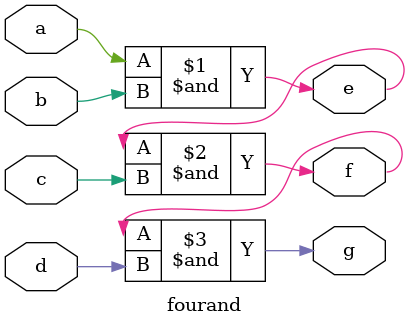
<source format=v>
`timescale 1ns / 1ps

module fourand(
    
    input a,b,c,d,
    output e,f,g
    
    );

assign e = a&b;
assign f = e&c;
assign g = f&d;
    
endmodule

</source>
